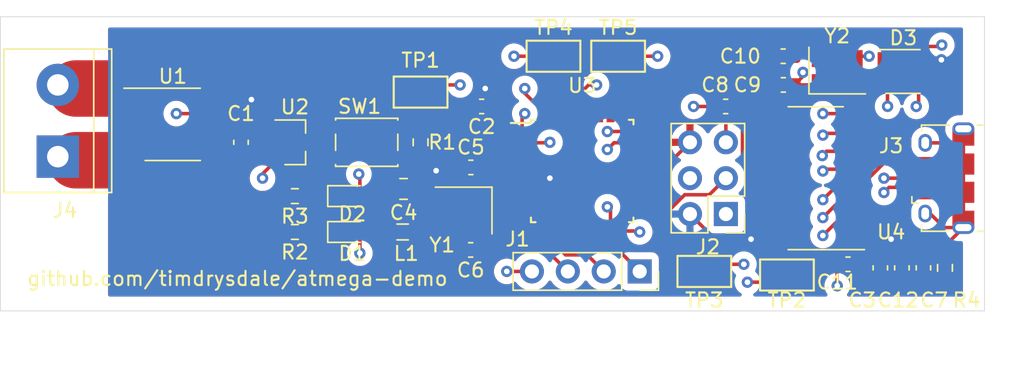
<source format=kicad_pcb>
(kicad_pcb (version 20171130) (host pcbnew 5.1.12-84ad8e8a86~92~ubuntu20.04.1)
  (layers (0 F.Cu signal) (1 In1.Cu signal) (2 In2.Cu signal) (31 B.Cu signal) (34 B.Paste user) (35 F.Paste user) (36 B.SilkS user) (37 F.SilkS user) (38 B.Mask user) (39 F.Mask user) (44 Edge.Cuts user))
  (net 0 "")
  (net 1 "Net-(C1-Pad2)")
  (net 2 GND)
  (net 3 +5V)
  (net 4 "Net-(J1-Pad4)")
  (net 5 "Net-(J1-Pad3)")
  (net 6 "Net-(J1-Pad1)")
  (net 7 "Net-(C4-Pad2)")
  (net 8 "Net-(C9-Pad1)")
  (net 9 "Net-(D1-Pad2)")
  (net 10 "Net-(J2-Pad4)")
  (net 11 TXD)
  (net 12 RXD)
  (net 13 ADC)
  (net 14 "Net-(Y1-Pad4)")
  (net 15 "Net-(Y1-Pad2)")
  (net 16 "Net-(Y2-Pad4)")
  (net 17 "Net-(Y2-Pad2)")
  (net 18 "Net-(C5-Pad2)")
  (net 19 "Net-(C6-Pad2)")
  (net 20 "Net-(C7-Pad2)")
  (net 21 "Net-(C8-Pad2)")
  (net 22 "Net-(C8-Pad1)")
  (net 23 "Net-(C10-Pad1)")
  (net 24 "Net-(C11-Pad1)")
  (net 25 "Net-(D1-Pad1)")
  (net 26 "Net-(D2-Pad2)")
  (net 27 "Net-(D2-Pad1)")
  (net 28 "Net-(D3-Pad3)")
  (net 29 "Net-(D3-Pad2)")
  (net 30 "Net-(J1-Pad2)")
  (net 31 "Net-(J2-Pad3)")
  (net 32 "Net-(J2-Pad1)")
  (net 33 "Net-(J3-Pad4)")
  (net 34 TEMP)
  (net 35 "Net-(U3-Pad28)")
  (net 36 "Net-(U3-Pad27)")
  (net 37 "Net-(U3-Pad26)")
  (net 38 "Net-(U3-Pad25)")
  (net 39 "Net-(U3-Pad22)")
  (net 40 "Net-(U3-Pad20)")
  (net 41 "Net-(U3-Pad19)")
  (net 42 "Net-(U3-Pad18)")
  (net 43 "Net-(U3-Pad14)")
  (net 44 "Net-(U3-Pad13)")
  (net 45 "Net-(U3-Pad12)")
  (net 46 "Net-(U4-Pad15)")
  (net 47 "Net-(U4-Pad14)")
  (net 48 "Net-(U4-Pad12)")
  (net 49 "Net-(U4-Pad11)")
  (net 50 "Net-(U4-Pad10)")
  (net 51 "Net-(U4-Pad9)")
  (net 52 "Net-(J4-Pad2)")
  (net 53 "Net-(J4-Pad1)")
  (module Capacitor_SMD:C_0603_1608Metric (layer F.Cu) (at 177.038 80.772)
    (fp_text reference C5 (at 0 -1.43) (layer F.SilkS))
    (fp_text value 22p)
    (fp_line (start -0.14058 -0.51) (end 0.14058 -0.51) (layer F.SilkS) (width 0.12))
    (fp_line (start -0.14058 0.51) (end 0.14058 0.51) (layer F.SilkS) (width 0.12))
    (pad 2 smd roundrect (at 0.775 0) (size 0.9 0.95) (layers F.Cu F.Paste F.Mask) (net 18 "Net-(C5-Pad2)"))
    (pad 1 smd roundrect (at -0.775 0) (size 0.9 0.95) (layers F.Cu F.Paste F.Mask) (net 2 GND))
  )
  (module TerminalBlock:TerminalBlock_bornier-2_P5.08mm (layer F.Cu) (at 147.828 80.01 90)
    (fp_text reference J4 (at -3.81 0.508 180) (layer F.SilkS))
    (fp_text value Screw_Terminal_01x02)
    (fp_line (start 7.62 2.54) (end -2.54 2.54) (layer F.SilkS) (width 0.12))
    (fp_line (start 7.62 3.81) (end 7.62 -3.81) (layer F.SilkS) (width 0.12))
    (fp_line (start 7.62 -3.81) (end -2.54 -3.81) (layer F.SilkS) (width 0.12))
    (fp_line (start -2.54 -3.81) (end -2.54 3.81) (layer F.SilkS) (width 0.12))
    (fp_line (start -2.54 3.81) (end 7.62 3.81) (layer F.SilkS) (width 0.12))
    (pad 2 thru_hole circle (at 5.08 0 90) (size 3 3) (drill 1.52) (layers *.Cu *.Mask) (net 52 "Net-(J4-Pad2)"))
    (pad 1 thru_hole rect (at 0 0 90) (size 3 3) (drill 1.52) (layers *.Cu *.Mask) (net 53 "Net-(J4-Pad1)"))
  )
  (module Package_TO_SOT_SMD:SOT-23 (layer F.Cu) (at 164.592 78.994)
    (fp_text reference U2 (at 0 -2.5) (layer F.SilkS))
    (fp_text value MCP9700T-HTT)
    (fp_line (start 0.76 1.58) (end 0.76 0.65) (layer F.SilkS) (width 0.12))
    (fp_line (start 0.76 -1.58) (end 0.76 -0.65) (layer F.SilkS) (width 0.12))
    (fp_line (start 0.76 -1.58) (end -1.4 -1.58) (layer F.SilkS) (width 0.12))
    (fp_line (start 0.76 1.58) (end -0.7 1.58) (layer F.SilkS) (width 0.12))
    (pad 3 smd rect (at 1 0) (size 0.9 0.8) (layers F.Cu F.Paste F.Mask) (net 2 GND))
    (pad 2 smd rect (at -1 0.95) (size 0.9 0.8) (layers F.Cu F.Paste F.Mask) (net 34 TEMP))
    (pad 1 smd rect (at -1 -0.95) (size 0.9 0.8) (layers F.Cu F.Paste F.Mask) (net 3 +5V))
  )
  (module Resistor_SMD:R_0603_1608Metric (layer F.Cu) (at 164.592 82.804 180)
    (fp_text reference R3 (at 0 -1.43) (layer F.SilkS))
    (fp_text value 68)
    (fp_line (start -0.237258 -0.5225) (end 0.237258 -0.5225) (layer F.SilkS) (width 0.12))
    (fp_line (start -0.237258 0.5225) (end 0.237258 0.5225) (layer F.SilkS) (width 0.12))
    (pad 2 smd roundrect (at 0.825 0 180) (size 0.8 0.95) (layers F.Cu F.Paste F.Mask) (net 2 GND))
    (pad 1 smd roundrect (at -0.825 0 180) (size 0.8 0.95) (layers F.Cu F.Paste F.Mask) (net 27 "Net-(D2-Pad1)"))
  )
  (module Resistor_SMD:R_0603_1608Metric (layer F.Cu) (at 164.592 85.344 180)
    (fp_text reference R2 (at 0 -1.43) (layer F.SilkS))
    (fp_text value 68)
    (fp_line (start -0.237258 -0.5225) (end 0.237258 -0.5225) (layer F.SilkS) (width 0.12))
    (fp_line (start -0.237258 0.5225) (end 0.237258 0.5225) (layer F.SilkS) (width 0.12))
    (pad 2 smd roundrect (at 0.825 0 180) (size 0.8 0.95) (layers F.Cu F.Paste F.Mask) (net 2 GND))
    (pad 1 smd roundrect (at -0.825 0 180) (size 0.8 0.95) (layers F.Cu F.Paste F.Mask) (net 25 "Net-(D1-Pad1)"))
  )
  (module Connector_PinSocket_2.54mm:PinSocket_1x04_P2.54mm_Vertical (layer F.Cu) (at 188.976 88.138 270)
    (fp_text reference J1 (at -2.286 8.636 180) (layer F.SilkS))
    (fp_text value Conn_01x04_Male)
    (fp_line (start -1.33 1.27) (end 1.33 1.27) (layer F.SilkS) (width 0.12))
    (fp_line (start -1.33 1.27) (end -1.33 8.95) (layer F.SilkS) (width 0.12))
    (fp_line (start -1.33 8.95) (end 1.33 8.95) (layer F.SilkS) (width 0.12))
    (fp_line (start 1.33 1.27) (end 1.33 8.95) (layer F.SilkS) (width 0.12))
    (fp_line (start 1.33 -1.33) (end 1.33 0) (layer F.SilkS) (width 0.12))
    (fp_line (start 0 -1.33) (end 1.33 -1.33) (layer F.SilkS) (width 0.12))
    (pad 4 thru_hole oval (at 0 7.62 270) (size 1.7 1.7) (drill 1) (layers *.Cu *.Mask) (net 4 "Net-(J1-Pad4)"))
    (pad 3 thru_hole oval (at 0 5.08 270) (size 1.7 1.7) (drill 1) (layers *.Cu *.Mask) (net 5 "Net-(J1-Pad3)"))
    (pad 2 thru_hole oval (at 0 2.54 270) (size 1.7 1.7) (drill 1) (layers *.Cu *.Mask) (net 30 "Net-(J1-Pad2)"))
    (pad 1 thru_hole rect (at 0 0 270) (size 1.7 1.7) (drill 1) (layers *.Cu *.Mask) (net 6 "Net-(J1-Pad1)"))
  )
  (module LED_SMD:LED_0603_1608Metric (layer F.Cu) (at 168.402 82.804)
    (fp_text reference D2 (at 0.254 1.27) (layer F.SilkS))
    (fp_text value Blue)
    (fp_line (start 0.8 -0.735) (end -1.485 -0.735) (layer F.SilkS) (width 0.12))
    (fp_line (start -1.485 -0.735) (end -1.485 0.735) (layer F.SilkS) (width 0.12))
    (fp_line (start -1.485 0.735) (end 0.8 0.735) (layer F.SilkS) (width 0.12))
    (pad 2 smd roundrect (at 0.7875 0) (size 0.875 0.95) (layers F.Cu F.Paste F.Mask) (net 26 "Net-(D2-Pad2)"))
    (pad 1 smd roundrect (at -0.7875 0) (size 0.875 0.95) (layers F.Cu F.Paste F.Mask) (net 27 "Net-(D2-Pad1)"))
  )
  (module LED_SMD:LED_0603_1608Metric (layer F.Cu) (at 168.402 85.344)
    (fp_text reference D1 (at 0.254 1.524) (layer F.SilkS))
    (fp_text value Green)
    (fp_line (start 0.8 -0.735) (end -1.485 -0.735) (layer F.SilkS) (width 0.12))
    (fp_line (start -1.485 -0.735) (end -1.485 0.735) (layer F.SilkS) (width 0.12))
    (fp_line (start -1.485 0.735) (end 0.8 0.735) (layer F.SilkS) (width 0.12))
    (pad 2 smd roundrect (at 0.7875 0) (size 0.875 0.95) (layers F.Cu F.Paste F.Mask) (net 9 "Net-(D1-Pad2)"))
    (pad 1 smd roundrect (at -0.7875 0) (size 0.875 0.95) (layers F.Cu F.Paste F.Mask) (net 25 "Net-(D1-Pad1)"))
  )
  (module Crystal:Crystal_SMD_3225-4Pin_3.2x2.5mm (layer F.Cu) (at 202.946 73.914)
    (fp_text reference Y2 (at 0 -2.45) (layer F.SilkS))
    (fp_text value 12MHz)
    (fp_line (start -2 -1.65) (end -2 1.65) (layer F.SilkS) (width 0.12))
    (fp_line (start -2 1.65) (end 2 1.65) (layer F.SilkS) (width 0.12))
    (pad 4 smd rect (at -1.1 -0.85) (size 1.4 1.2) (layers F.Cu F.Paste F.Mask) (net 16 "Net-(Y2-Pad4)"))
    (pad 3 smd rect (at 1.1 -0.85) (size 1.4 1.2) (layers F.Cu F.Paste F.Mask) (net 23 "Net-(C10-Pad1)"))
    (pad 2 smd rect (at 1.1 0.85) (size 1.4 1.2) (layers F.Cu F.Paste F.Mask) (net 17 "Net-(Y2-Pad2)"))
    (pad 1 smd rect (at -1.1 0.85) (size 1.4 1.2) (layers F.Cu F.Paste F.Mask) (net 8 "Net-(C9-Pad1)"))
  )
  (module Crystal:Crystal_SMD_3225-4Pin_3.2x2.5mm (layer F.Cu) (at 176.53 83.82 180)
    (fp_text reference Y1 (at 1.524 -2.45) (layer F.SilkS))
    (fp_text value 12MHz)
    (fp_line (start -2 -1.65) (end -2 1.65) (layer F.SilkS) (width 0.12))
    (fp_line (start -2 1.65) (end 2 1.65) (layer F.SilkS) (width 0.12))
    (pad 4 smd rect (at -1.1 -0.85 180) (size 1.4 1.2) (layers F.Cu F.Paste F.Mask) (net 14 "Net-(Y1-Pad4)"))
    (pad 3 smd rect (at 1.1 -0.85 180) (size 1.4 1.2) (layers F.Cu F.Paste F.Mask) (net 19 "Net-(C6-Pad2)"))
    (pad 2 smd rect (at 1.1 0.85 180) (size 1.4 1.2) (layers F.Cu F.Paste F.Mask) (net 15 "Net-(Y1-Pad2)"))
    (pad 1 smd rect (at -1.1 0.85 180) (size 1.4 1.2) (layers F.Cu F.Paste F.Mask) (net 18 "Net-(C5-Pad2)"))
  )
  (module Package_SO:SOIC-8_3.9x4.9mm_P1.27mm (layer F.Cu) (at 155.956 77.724)
    (fp_text reference U1 (at 0 -3.4) (layer F.SilkS))
    (fp_text value ACS712xLCTR-20A)
    (fp_line (start 0 2.56) (end 1.95 2.56) (layer F.SilkS) (width 0.12))
    (fp_line (start 0 2.56) (end -1.95 2.56) (layer F.SilkS) (width 0.12))
    (fp_line (start 0 -2.56) (end 1.95 -2.56) (layer F.SilkS) (width 0.12))
    (fp_line (start 0 -2.56) (end -3.45 -2.56) (layer F.SilkS) (width 0.12))
    (pad 8 smd roundrect (at 2.475 -1.905) (size 1.95 0.6) (layers F.Cu F.Paste F.Mask) (net 3 +5V))
    (pad 7 smd roundrect (at 2.475 -0.635) (size 1.95 0.6) (layers F.Cu F.Paste F.Mask) (net 13 ADC))
    (pad 6 smd roundrect (at 2.475 0.635) (size 1.95 0.6) (layers F.Cu F.Paste F.Mask) (net 1 "Net-(C1-Pad2)"))
    (pad 5 smd roundrect (at 2.475 1.905) (size 1.95 0.6) (layers F.Cu F.Paste F.Mask) (net 2 GND))
    (pad 4 smd roundrect (at -2.475 1.905) (size 1.95 0.6) (layers F.Cu F.Paste F.Mask) (net 53 "Net-(J4-Pad1)"))
    (pad 3 smd roundrect (at -2.475 0.635) (size 1.95 0.6) (layers F.Cu F.Paste F.Mask) (net 53 "Net-(J4-Pad1)"))
    (pad 2 smd roundrect (at -2.475 -0.635) (size 1.95 0.6) (layers F.Cu F.Paste F.Mask) (net 52 "Net-(J4-Pad2)"))
    (pad 1 smd roundrect (at -2.475 -1.905) (size 1.95 0.6) (layers F.Cu F.Paste F.Mask) (net 52 "Net-(J4-Pad2)"))
  )
  (module TestPoint:TestPoint_Keystone_5015_Micro-Minature (layer F.Cu) (at 199.39 88.392)
    (fp_text reference TP2 (at 0 1.778) (layer F.SilkS))
    (fp_text value TestPoint)
    (fp_line (start -1.9 -1.1) (end 1.9 -1.1) (layer F.SilkS) (width 0.15))
    (fp_line (start 1.9 -1.1) (end 1.9 1.1) (layer F.SilkS) (width 0.15))
    (fp_line (start 1.9 1.1) (end -1.9 1.1) (layer F.SilkS) (width 0.15))
    (fp_line (start -1.9 1.1) (end -1.9 -1.1) (layer F.SilkS) (width 0.15))
    (pad 1 smd rect (at 0 0) (size 3.4 1.8) (layers F.Cu F.Paste F.Mask) (net 29 "Net-(D3-Pad2)"))
  )
  (module TestPoint:TestPoint_Keystone_5015_Micro-Minature (layer F.Cu) (at 193.548 88.138)
    (fp_text reference TP3 (at 0 2.032) (layer F.SilkS))
    (fp_text value TestPoint)
    (fp_line (start -1.9 -1.1) (end 1.9 -1.1) (layer F.SilkS) (width 0.15))
    (fp_line (start 1.9 -1.1) (end 1.9 1.1) (layer F.SilkS) (width 0.15))
    (fp_line (start 1.9 1.1) (end -1.9 1.1) (layer F.SilkS) (width 0.15))
    (fp_line (start -1.9 1.1) (end -1.9 -1.1) (layer F.SilkS) (width 0.15))
    (pad 1 smd rect (at 0 0) (size 3.4 1.8) (layers F.Cu F.Paste F.Mask) (net 28 "Net-(D3-Pad3)"))
  )
  (module TestPoint:TestPoint_Keystone_5015_Micro-Minature (layer F.Cu) (at 173.482 75.438)
    (fp_text reference TP1 (at 0 -2.25) (layer F.SilkS))
    (fp_text value TestPoint)
    (fp_line (start -1.9 -1.1) (end 1.9 -1.1) (layer F.SilkS) (width 0.15))
    (fp_line (start 1.9 -1.1) (end 1.9 1.1) (layer F.SilkS) (width 0.15))
    (fp_line (start 1.9 1.1) (end -1.9 1.1) (layer F.SilkS) (width 0.15))
    (fp_line (start -1.9 1.1) (end -1.9 -1.1) (layer F.SilkS) (width 0.15))
    (pad 1 smd rect (at 0 0) (size 3.4 1.8) (layers F.Cu F.Paste F.Mask) (net 21 "Net-(C8-Pad2)"))
  )
  (module TestPoint:TestPoint_Keystone_5015_Micro-Minature (layer F.Cu) (at 187.452 72.898)
    (fp_text reference TP5 (at 0 -2.032) (layer F.SilkS))
    (fp_text value TestPoint)
    (fp_line (start -1.9 -1.1) (end 1.9 -1.1) (layer F.SilkS) (width 0.15))
    (fp_line (start 1.9 -1.1) (end 1.9 1.1) (layer F.SilkS) (width 0.15))
    (fp_line (start 1.9 1.1) (end -1.9 1.1) (layer F.SilkS) (width 0.15))
    (fp_line (start -1.9 1.1) (end -1.9 -1.1) (layer F.SilkS) (width 0.15))
    (pad 1 smd rect (at 0 0) (size 3.4 1.8) (layers F.Cu F.Paste F.Mask) (net 12 RXD))
  )
  (module TestPoint:TestPoint_Keystone_5015_Micro-Minature (layer F.Cu) (at 182.88 72.898)
    (fp_text reference TP4 (at 0 -2.032) (layer F.SilkS))
    (fp_text value TestPoint)
    (fp_line (start -1.9 -1.1) (end 1.9 -1.1) (layer F.SilkS) (width 0.15))
    (fp_line (start 1.9 -1.1) (end 1.9 1.1) (layer F.SilkS) (width 0.15))
    (fp_line (start 1.9 1.1) (end -1.9 1.1) (layer F.SilkS) (width 0.15))
    (fp_line (start -1.9 1.1) (end -1.9 -1.1) (layer F.SilkS) (width 0.15))
    (pad 1 smd rect (at 0 0) (size 3.4 1.8) (layers F.Cu F.Paste F.Mask) (net 11 TXD))
  )
  (module Resistor_SMD:R_0603_1608Metric (layer F.Cu) (at 210.566 87.884 90)
    (fp_text reference R4 (at -2.286 1.524 180) (layer F.SilkS))
    (fp_text value 1M)
    (fp_line (start -0.237258 -0.5225) (end 0.237258 -0.5225) (layer F.SilkS) (width 0.12))
    (fp_line (start -0.237258 0.5225) (end 0.237258 0.5225) (layer F.SilkS) (width 0.12))
    (pad 2 smd roundrect (at 0.825 0 90) (size 0.8 0.95) (layers F.Cu F.Paste F.Mask) (net 20 "Net-(C7-Pad2)"))
    (pad 1 smd roundrect (at -0.825 0 90) (size 0.8 0.95) (layers F.Cu F.Paste F.Mask) (net 2 GND))
  )
  (module Connector_USB:USB_Micro-B_Amphenol_10118194_Horizontal (layer F.Cu) (at 210.566 81.534 90)
    (fp_text reference J3 (at 2.286 -3.81 180) (layer F.SilkS))
    (fp_text value USB_B_Micro)
    (fp_line (start -1.76 -1.89) (end -1.76 -2.34) (layer F.SilkS) (width 0.12))
    (fp_line (start -1.31 -2.34) (end -1.76 -2.34) (layer F.SilkS) (width 0.12))
    (fp_line (start -3.76 -1.66) (end -3.34 -1.66) (layer F.SilkS) (width 0.12))
    (fp_line (start -3.76 0.32) (end -3.76 -1.66) (layer F.SilkS) (width 0.12))
    (fp_line (start -3.76 2.69) (end -3.76 2.29) (layer F.SilkS) (width 0.12))
    (fp_line (start 3.76 2.29) (end 3.76 2.69) (layer F.SilkS) (width 0.12))
    (fp_line (start 3.76 -1.66) (end 3.34 -1.66) (layer F.SilkS) (width 0.12))
    (fp_line (start 3.76 0.32) (end 3.76 -1.66) (layer F.SilkS) (width 0.12))
    (pad 6 thru_hole oval (at 3.5 1.3 90) (size 0.89 1.55) (drill oval 0.5 1.15) (layers *.Cu *.Mask) (net 20 "Net-(C7-Pad2)"))
    (pad 6 thru_hole oval (at -3.5 1.3 90) (size 0.89 1.55) (drill oval 0.5 1.15) (layers *.Cu *.Mask) (net 20 "Net-(C7-Pad2)"))
    (pad 6 smd rect (at 2.9 1.3 90) (size 1.2 1.55) (layers F.Cu F.Paste F.Mask) (net 20 "Net-(C7-Pad2)"))
    (pad 6 smd rect (at -2.9 1.3 90) (size 1.2 1.55) (layers F.Cu F.Paste F.Mask) (net 20 "Net-(C7-Pad2)"))
    (pad 6 smd rect (at 1 1.3 90) (size 1.5 1.55) (layers F.Cu F.Paste F.Mask) (net 20 "Net-(C7-Pad2)"))
    (pad 6 smd rect (at -1 1.3 90) (size 1.5 1.55) (layers F.Cu F.Paste F.Mask) (net 20 "Net-(C7-Pad2)"))
    (pad 6 thru_hole oval (at 2.5 -1.4 90) (size 1.25 0.95) (drill oval 0.85 0.55) (layers *.Cu *.Mask) (net 20 "Net-(C7-Pad2)"))
    (pad 6 thru_hole oval (at -2.5 -1.4 90) (size 1.25 0.95) (drill oval 0.85 0.55) (layers *.Cu *.Mask) (net 20 "Net-(C7-Pad2)"))
    (pad 5 smd rect (at 1.3 -1.4 90) (size 0.4 1.35) (layers F.Cu F.Paste F.Mask) (net 2 GND))
    (pad 4 smd rect (at 0.65 -1.4 90) (size 0.4 1.35) (layers F.Cu F.Paste F.Mask) (net 33 "Net-(J3-Pad4)"))
    (pad 3 smd rect (at 0 -1.4 90) (size 0.4 1.35) (layers F.Cu F.Paste F.Mask) (net 28 "Net-(D3-Pad3)"))
    (pad 2 smd rect (at -0.65 -1.4 90) (size 0.4 1.35) (layers F.Cu F.Paste F.Mask) (net 29 "Net-(D3-Pad2)"))
    (pad 1 smd rect (at -1.3 -1.4 90) (size 0.4 1.35) (layers F.Cu F.Paste F.Mask) (net 3 +5V))
  )
  (module Package_TO_SOT_SMD:SOT-143 (layer F.Cu) (at 207.602 73.98)
    (fp_text reference D3 (at 0.02 -2.38) (layer F.SilkS))
    (fp_text value PRTR5V0U2X)
    (fp_line (start -1.2 1.55) (end 1.2 1.55) (layer F.SilkS) (width 0.12))
    (fp_line (start 1.2 -1.55) (end -1.75 -1.55) (layer F.SilkS) (width 0.12))
    (pad 4 smd rect (at 1.1 -0.95 270) (size 1 1.4) (layers F.Cu F.Paste F.Mask) (net 3 +5V))
    (pad 3 smd rect (at 1.1 0.95 270) (size 1 1.4) (layers F.Cu F.Paste F.Mask) (net 28 "Net-(D3-Pad3)"))
    (pad 2 smd rect (at -1.1 0.95 270) (size 1 1.4) (layers F.Cu F.Paste F.Mask) (net 29 "Net-(D3-Pad2)"))
    (pad 1 smd rect (at -1.1 -0.77 270) (size 1.2 1.4) (layers F.Cu F.Paste F.Mask) (net 20 "Net-(C7-Pad2)"))
  )
  (module Capacitor_SMD:C_0603_1608Metric (layer F.Cu) (at 160.782 78.994 90)
    (fp_text reference C1 (at 2.032 0 180) (layer F.SilkS))
    (fp_text value 0.1n)
    (fp_line (start -0.14058 -0.51) (end 0.14058 -0.51) (layer F.SilkS) (width 0.12))
    (fp_line (start -0.14058 0.51) (end 0.14058 0.51) (layer F.SilkS) (width 0.12))
    (pad 2 smd roundrect (at 0.775 0 90) (size 0.9 0.95) (layers F.Cu F.Paste F.Mask) (net 1 "Net-(C1-Pad2)"))
    (pad 1 smd roundrect (at -0.775 0 90) (size 0.9 0.95) (layers F.Cu F.Paste F.Mask) (net 2 GND))
  )
  (module Capacitor_SMD:C_0603_1608Metric (layer F.Cu) (at 177.8 76.454 180)
    (fp_text reference C2 (at 0 -1.43) (layer F.SilkS))
    (fp_text value 0.1u)
    (fp_line (start -0.14058 -0.51) (end 0.14058 -0.51) (layer F.SilkS) (width 0.12))
    (fp_line (start -0.14058 0.51) (end 0.14058 0.51) (layer F.SilkS) (width 0.12))
    (pad 2 smd roundrect (at 0.775 0 180) (size 0.9 0.95) (layers F.Cu F.Paste F.Mask) (net 2 GND))
    (pad 1 smd roundrect (at -0.775 0 180) (size 0.9 0.95) (layers F.Cu F.Paste F.Mask) (net 3 +5V))
  )
  (module Capacitor_SMD:C_0603_1608Metric (layer F.Cu) (at 209.042 87.884 90)
    (fp_text reference C7 (at -2.286 0.762 180) (layer F.SilkS))
    (fp_text value 4n7)
    (fp_line (start -0.14058 -0.51) (end 0.14058 -0.51) (layer F.SilkS) (width 0.12))
    (fp_line (start -0.14058 0.51) (end 0.14058 0.51) (layer F.SilkS) (width 0.12))
    (pad 2 smd roundrect (at 0.775 0 90) (size 0.9 0.95) (layers F.Cu F.Paste F.Mask) (net 20 "Net-(C7-Pad2)"))
    (pad 1 smd roundrect (at -0.775 0 90) (size 0.9 0.95) (layers F.Cu F.Paste F.Mask) (net 2 GND))
  )
  (module Capacitor_SMD:C_0603_1608Metric (layer F.Cu) (at 195.059 76.454 180)
    (fp_text reference C8 (at 0.749 1.524) (layer F.SilkS))
    (fp_text value 100n)
    (fp_line (start -0.14058 -0.51) (end 0.14058 -0.51) (layer F.SilkS) (width 0.12))
    (fp_line (start -0.14058 0.51) (end 0.14058 0.51) (layer F.SilkS) (width 0.12))
    (pad 2 smd roundrect (at 0.775 0 180) (size 0.9 0.95) (layers F.Cu F.Paste F.Mask) (net 21 "Net-(C8-Pad2)"))
    (pad 1 smd roundrect (at -0.775 0 180) (size 0.9 0.95) (layers F.Cu F.Paste F.Mask) (net 22 "Net-(C8-Pad1)"))
  )
  (module Capacitor_SMD:C_0603_1608Metric (layer F.Cu) (at 205.994 87.884 270)
    (fp_text reference C3 (at 2.286 1.27 180) (layer F.SilkS))
    (fp_text value 0.1u)
    (fp_line (start -0.14058 -0.51) (end 0.14058 -0.51) (layer F.SilkS) (width 0.12))
    (fp_line (start -0.14058 0.51) (end 0.14058 0.51) (layer F.SilkS) (width 0.12))
    (pad 2 smd roundrect (at 0.775 0 270) (size 0.9 0.95) (layers F.Cu F.Paste F.Mask) (net 2 GND))
    (pad 1 smd roundrect (at -0.775 0 270) (size 0.9 0.95) (layers F.Cu F.Paste F.Mask) (net 3 +5V))
  )
  (module Capacitor_SMD:C_0603_1608Metric (layer F.Cu) (at 203.708 87.63)
    (fp_text reference C11 (at -0.762 1.27) (layer F.SilkS))
    (fp_text value 100n)
    (fp_line (start -0.14058 -0.51) (end 0.14058 -0.51) (layer F.SilkS) (width 0.12))
    (fp_line (start -0.14058 0.51) (end 0.14058 0.51) (layer F.SilkS) (width 0.12))
    (pad 2 smd roundrect (at 0.775 0) (size 0.9 0.95) (layers F.Cu F.Paste F.Mask) (net 2 GND))
    (pad 1 smd roundrect (at -0.775 0) (size 0.9 0.95) (layers F.Cu F.Paste F.Mask) (net 24 "Net-(C11-Pad1)"))
  )
  (module Capacitor_SMD:C_0603_1608Metric (layer F.Cu) (at 207.518 87.884 270)
    (fp_text reference C12 (at 2.286 0.254 180) (layer F.SilkS))
    (fp_text value 100n)
    (fp_line (start -0.14058 -0.51) (end 0.14058 -0.51) (layer F.SilkS) (width 0.12))
    (fp_line (start -0.14058 0.51) (end 0.14058 0.51) (layer F.SilkS) (width 0.12))
    (pad 2 smd roundrect (at 0.775 0 270) (size 0.9 0.95) (layers F.Cu F.Paste F.Mask) (net 2 GND))
    (pad 1 smd roundrect (at -0.775 0 270) (size 0.9 0.95) (layers F.Cu F.Paste F.Mask) (net 3 +5V))
  )
  (module Capacitor_SMD:C_0603_1608Metric (layer F.Cu) (at 199.123 72.898 180)
    (fp_text reference C10 (at 3.035 0) (layer F.SilkS))
    (fp_text value 33p)
    (fp_line (start -0.14058 -0.51) (end 0.14058 -0.51) (layer F.SilkS) (width 0.12))
    (fp_line (start -0.14058 0.51) (end 0.14058 0.51) (layer F.SilkS) (width 0.12))
    (pad 2 smd roundrect (at 0.775 0 180) (size 0.9 0.95) (layers F.Cu F.Paste F.Mask) (net 2 GND))
    (pad 1 smd roundrect (at -0.775 0 180) (size 0.9 0.95) (layers F.Cu F.Paste F.Mask) (net 23 "Net-(C10-Pad1)"))
  )
  (module Resistor_SMD:R_0603_1608Metric (layer F.Cu) (at 173.482 78.994 90)
    (fp_text reference R1 (at 0 1.524 180) (layer F.SilkS))
    (fp_text value 10K)
    (fp_line (start -0.237258 -0.5225) (end 0.237258 -0.5225) (layer F.SilkS) (width 0.12))
    (fp_line (start -0.237258 0.5225) (end 0.237258 0.5225) (layer F.SilkS) (width 0.12))
    (pad 2 smd roundrect (at 0.825 0 90) (size 0.8 0.95) (layers F.Cu F.Paste F.Mask) (net 21 "Net-(C8-Pad2)"))
    (pad 1 smd roundrect (at -0.825 0 90) (size 0.8 0.95) (layers F.Cu F.Paste F.Mask) (net 3 +5V))
  )
  (module Capacitor_SMD:C_0603_1608Metric (layer F.Cu) (at 199.136 74.93 180)
    (fp_text reference C9 (at 2.54 0) (layer F.SilkS))
    (fp_text value 33p)
    (fp_line (start -0.14058 -0.51) (end 0.14058 -0.51) (layer F.SilkS) (width 0.12))
    (fp_line (start -0.14058 0.51) (end 0.14058 0.51) (layer F.SilkS) (width 0.12))
    (pad 2 smd roundrect (at 0.775 0 180) (size 0.9 0.95) (layers F.Cu F.Paste F.Mask) (net 2 GND))
    (pad 1 smd roundrect (at -0.775 0 180) (size 0.9 0.95) (layers F.Cu F.Paste F.Mask) (net 8 "Net-(C9-Pad1)"))
  )
  (module Capacitor_SMD:C_0603_1608Metric (layer F.Cu) (at 177.025 86.614 180)
    (fp_text reference C6 (at 0 -1.43) (layer F.SilkS))
    (fp_text value 22p)
    (fp_line (start -0.14058 -0.51) (end 0.14058 -0.51) (layer F.SilkS) (width 0.12))
    (fp_line (start -0.14058 0.51) (end 0.14058 0.51) (layer F.SilkS) (width 0.12))
    (pad 2 smd roundrect (at 0.775 0 180) (size 0.9 0.95) (layers F.Cu F.Paste F.Mask) (net 19 "Net-(C6-Pad2)"))
    (pad 1 smd roundrect (at -0.775 0 180) (size 0.9 0.95) (layers F.Cu F.Paste F.Mask) (net 2 GND))
  )
  (module Package_SO:SOIC-16_3.9x9.9mm_P1.27mm (layer F.Cu) (at 201.422 81.534 180)
    (fp_text reference U4 (at -5.334 -3.81) (layer F.SilkS))
    (fp_text value CH340G)
    (fp_line (start 0 5.06) (end 1.95 5.06) (layer F.SilkS) (width 0.12))
    (fp_line (start 0 5.06) (end -1.95 5.06) (layer F.SilkS) (width 0.12))
    (fp_line (start 0 -5.06) (end 1.95 -5.06) (layer F.SilkS) (width 0.12))
    (fp_line (start 0 -5.06) (end -3.45 -5.06) (layer F.SilkS) (width 0.12))
    (pad 16 smd roundrect (at 2.475 -4.445 180) (size 1.95 0.6) (layers F.Cu F.Paste F.Mask) (net 3 +5V))
    (pad 15 smd roundrect (at 2.475 -3.175 180) (size 1.95 0.6) (layers F.Cu F.Paste F.Mask) (net 46 "Net-(U4-Pad15)"))
    (pad 14 smd roundrect (at 2.475 -1.905 180) (size 1.95 0.6) (layers F.Cu F.Paste F.Mask) (net 47 "Net-(U4-Pad14)"))
    (pad 13 smd roundrect (at 2.475 -0.635 180) (size 1.95 0.6) (layers F.Cu F.Paste F.Mask) (net 22 "Net-(C8-Pad1)"))
    (pad 12 smd roundrect (at 2.475 0.635 180) (size 1.95 0.6) (layers F.Cu F.Paste F.Mask) (net 48 "Net-(U4-Pad12)"))
    (pad 11 smd roundrect (at 2.475 1.905 180) (size 1.95 0.6) (layers F.Cu F.Paste F.Mask) (net 49 "Net-(U4-Pad11)"))
    (pad 10 smd roundrect (at 2.475 3.175 180) (size 1.95 0.6) (layers F.Cu F.Paste F.Mask) (net 50 "Net-(U4-Pad10)"))
    (pad 9 smd roundrect (at 2.475 4.445 180) (size 1.95 0.6) (layers F.Cu F.Paste F.Mask) (net 51 "Net-(U4-Pad9)"))
    (pad 8 smd roundrect (at -2.475 4.445 180) (size 1.95 0.6) (layers F.Cu F.Paste F.Mask) (net 23 "Net-(C10-Pad1)"))
    (pad 7 smd roundrect (at -2.475 3.175 180) (size 1.95 0.6) (layers F.Cu F.Paste F.Mask) (net 8 "Net-(C9-Pad1)"))
    (pad 6 smd roundrect (at -2.475 1.905 180) (size 1.95 0.6) (layers F.Cu F.Paste F.Mask) (net 29 "Net-(D3-Pad2)"))
    (pad 5 smd roundrect (at -2.475 0.635 180) (size 1.95 0.6) (layers F.Cu F.Paste F.Mask) (net 28 "Net-(D3-Pad3)"))
    (pad 4 smd roundrect (at -2.475 -0.635 180) (size 1.95 0.6) (layers F.Cu F.Paste F.Mask) (net 24 "Net-(C11-Pad1)"))
    (pad 3 smd roundrect (at -2.475 -1.905 180) (size 1.95 0.6) (layers F.Cu F.Paste F.Mask) (net 12 RXD))
    (pad 2 smd roundrect (at -2.475 -3.175 180) (size 1.95 0.6) (layers F.Cu F.Paste F.Mask) (net 11 TXD))
    (pad 1 smd roundrect (at -2.475 -4.445 180) (size 1.95 0.6) (layers F.Cu F.Paste F.Mask) (net 2 GND))
  )
  (module Connector_PinHeader_2.54mm:PinHeader_2x03_P2.54mm_Vertical (layer F.Cu) (at 195.072 84.074 180)
    (fp_text reference J2 (at 1.27 -2.33) (layer F.SilkS))
    (fp_text value AVR_ICSP)
    (fp_line (start -1.33 6.41) (end 3.87 6.41) (layer F.SilkS) (width 0.12))
    (fp_line (start -1.33 1.27) (end -1.33 6.41) (layer F.SilkS) (width 0.12))
    (fp_line (start 3.87 -1.33) (end 3.87 6.41) (layer F.SilkS) (width 0.12))
    (fp_line (start -1.33 1.27) (end 1.27 1.27) (layer F.SilkS) (width 0.12))
    (fp_line (start 1.27 1.27) (end 1.27 -1.33) (layer F.SilkS) (width 0.12))
    (fp_line (start 1.27 -1.33) (end 3.87 -1.33) (layer F.SilkS) (width 0.12))
    (fp_line (start -1.33 0) (end -1.33 -1.33) (layer F.SilkS) (width 0.12))
    (fp_line (start -1.33 -1.33) (end 0 -1.33) (layer F.SilkS) (width 0.12))
    (pad 6 thru_hole oval (at 2.54 5.08 180) (size 1.7 1.7) (drill 1) (layers *.Cu *.Mask) (net 2 GND))
    (pad 5 thru_hole oval (at 0 5.08 180) (size 1.7 1.7) (drill 1) (layers *.Cu *.Mask) (net 21 "Net-(C8-Pad2)"))
    (pad 4 thru_hole oval (at 2.54 2.54 180) (size 1.7 1.7) (drill 1) (layers *.Cu *.Mask) (net 10 "Net-(J2-Pad4)"))
    (pad 3 thru_hole oval (at 0 2.54 180) (size 1.7 1.7) (drill 1) (layers *.Cu *.Mask) (net 31 "Net-(J2-Pad3)"))
    (pad 2 thru_hole oval (at 2.54 0 180) (size 1.7 1.7) (drill 1) (layers *.Cu *.Mask) (net 3 +5V))
    (pad 1 thru_hole rect (at 0 0 180) (size 1.7 1.7) (drill 1) (layers *.Cu *.Mask) (net 32 "Net-(J2-Pad1)"))
  )
  (module Package_QFP:TQFP-32_7x7mm_P0.8mm (layer F.Cu) (at 184.912 81.026)
    (fp_text reference U3 (at 0 -6.05) (layer F.SilkS))
    (fp_text value ATmega328P-AU)
    (fp_line (start -3.625 -3.625) (end -3.625 -3.4) (layer F.SilkS) (width 0.15))
    (fp_line (start 3.625 -3.625) (end 3.625 -3.3) (layer F.SilkS) (width 0.15))
    (fp_line (start 3.625 3.625) (end 3.625 3.3) (layer F.SilkS) (width 0.15))
    (fp_line (start -3.625 3.625) (end -3.625 3.3) (layer F.SilkS) (width 0.15))
    (fp_line (start -3.625 -3.625) (end -3.3 -3.625) (layer F.SilkS) (width 0.15))
    (fp_line (start -3.625 3.625) (end -3.3 3.625) (layer F.SilkS) (width 0.15))
    (fp_line (start 3.625 3.625) (end 3.3 3.625) (layer F.SilkS) (width 0.15))
    (fp_line (start 3.625 -3.625) (end 3.3 -3.625) (layer F.SilkS) (width 0.15))
    (fp_line (start -3.625 -3.4) (end -5.05 -3.4) (layer F.SilkS) (width 0.15))
    (pad 32 smd rect (at -2.8 -4.25 90) (size 1.6 0.55) (layers F.Cu F.Paste F.Mask) (net 26 "Net-(D2-Pad2)"))
    (pad 31 smd rect (at -2 -4.25 90) (size 1.6 0.55) (layers F.Cu F.Paste F.Mask) (net 11 TXD))
    (pad 30 smd rect (at -1.2 -4.25 90) (size 1.6 0.55) (layers F.Cu F.Paste F.Mask) (net 12 RXD))
    (pad 29 smd rect (at -0.4 -4.25 90) (size 1.6 0.55) (layers F.Cu F.Paste F.Mask) (net 21 "Net-(C8-Pad2)"))
    (pad 28 smd rect (at 0.4 -4.25 90) (size 1.6 0.55) (layers F.Cu F.Paste F.Mask) (net 35 "Net-(U3-Pad28)"))
    (pad 27 smd rect (at 1.2 -4.25 90) (size 1.6 0.55) (layers F.Cu F.Paste F.Mask) (net 36 "Net-(U3-Pad27)"))
    (pad 26 smd rect (at 2 -4.25 90) (size 1.6 0.55) (layers F.Cu F.Paste F.Mask) (net 37 "Net-(U3-Pad26)"))
    (pad 25 smd rect (at 2.8 -4.25 90) (size 1.6 0.55) (layers F.Cu F.Paste F.Mask) (net 38 "Net-(U3-Pad25)"))
    (pad 24 smd rect (at 4.25 -2.8) (size 1.6 0.55) (layers F.Cu F.Paste F.Mask) (net 34 TEMP))
    (pad 23 smd rect (at 4.25 -2) (size 1.6 0.55) (layers F.Cu F.Paste F.Mask) (net 13 ADC))
    (pad 22 smd rect (at 4.25 -1.2) (size 1.6 0.55) (layers F.Cu F.Paste F.Mask) (net 39 "Net-(U3-Pad22)"))
    (pad 21 smd rect (at 4.25 -0.4) (size 1.6 0.55) (layers F.Cu F.Paste F.Mask) (net 2 GND))
    (pad 20 smd rect (at 4.25 0.4) (size 1.6 0.55) (layers F.Cu F.Paste F.Mask) (net 40 "Net-(U3-Pad20)"))
    (pad 19 smd rect (at 4.25 1.2) (size 1.6 0.55) (layers F.Cu F.Paste F.Mask) (net 41 "Net-(U3-Pad19)"))
    (pad 18 smd rect (at 4.25 2) (size 1.6 0.55) (layers F.Cu F.Paste F.Mask) (net 42 "Net-(U3-Pad18)"))
    (pad 17 smd rect (at 4.25 2.8) (size 1.6 0.55) (layers F.Cu F.Paste F.Mask) (net 31 "Net-(J2-Pad3)"))
    (pad 16 smd rect (at 2.8 4.25 90) (size 1.6 0.55) (layers F.Cu F.Paste F.Mask) (net 32 "Net-(J2-Pad1)"))
    (pad 15 smd rect (at 2 4.25 90) (size 1.6 0.55) (layers F.Cu F.Paste F.Mask) (net 10 "Net-(J2-Pad4)"))
    (pad 14 smd rect (at 1.2 4.25 90) (size 1.6 0.55) (layers F.Cu F.Paste F.Mask) (net 43 "Net-(U3-Pad14)"))
    (pad 13 smd rect (at 0.4 4.25 90) (size 1.6 0.55) (layers F.Cu F.Paste F.Mask) (net 44 "Net-(U3-Pad13)"))
    (pad 12 smd rect (at -0.4 4.25 90) (size 1.6 0.55) (layers F.Cu F.Paste F.Mask) (net 45 "Net-(U3-Pad12)"))
    (pad 11 smd rect (at -1.2 4.25 90) (size 1.6 0.55) (layers F.Cu F.Paste F.Mask) (net 6 "Net-(J1-Pad1)"))
    (pad 10 smd rect (at -2 4.25 90) (size 1.6 0.55) (layers F.Cu F.Paste F.Mask) (net 30 "Net-(J1-Pad2)"))
    (pad 9 smd rect (at -2.8 4.25 90) (size 1.6 0.55) (layers F.Cu F.Paste F.Mask) (net 5 "Net-(J1-Pad3)"))
    (pad 8 smd rect (at -4.25 2.8) (size 1.6 0.55) (layers F.Cu F.Paste F.Mask) (net 19 "Net-(C6-Pad2)"))
    (pad 7 smd rect (at -4.25 2) (size 1.6 0.55) (layers F.Cu F.Paste F.Mask) (net 18 "Net-(C5-Pad2)"))
    (pad 6 smd rect (at -4.25 1.2) (size 1.6 0.55) (layers F.Cu F.Paste F.Mask) (net 3 +5V))
    (pad 5 smd rect (at -4.25 0.4) (size 1.6 0.55) (layers F.Cu F.Paste F.Mask) (net 2 GND))
    (pad 4 smd rect (at -4.25 -0.4) (size 1.6 0.55) (layers F.Cu F.Paste F.Mask) (net 3 +5V))
    (pad 3 smd rect (at -4.25 -1.2) (size 1.6 0.55) (layers F.Cu F.Paste F.Mask) (net 2 GND))
    (pad 2 smd rect (at -4.25 -2) (size 1.6 0.55) (layers F.Cu F.Paste F.Mask) (net 4 "Net-(J1-Pad4)"))
    (pad 1 smd rect (at -4.25 -2.8) (size 1.6 0.55) (layers F.Cu F.Paste F.Mask) (net 9 "Net-(D1-Pad2)"))
  )
  (module Button_Switch_SMD:SW_SPST_PTS810 (layer F.Cu) (at 169.672 78.994 180)
    (fp_text reference SW1 (at 0.508 2.54) (layer F.SilkS))
    (fp_text value NO)
    (fp_line (start 2.2 -1.58) (end 2.2 -1.7) (layer F.SilkS) (width 0.12))
    (fp_line (start 2.2 0.57) (end 2.2 -0.57) (layer F.SilkS) (width 0.12))
    (fp_line (start 2.2 1.7) (end 2.2 1.58) (layer F.SilkS) (width 0.12))
    (fp_line (start -2.2 1.7) (end 2.2 1.7) (layer F.SilkS) (width 0.12))
    (fp_line (start -2.2 1.58) (end -2.2 1.7) (layer F.SilkS) (width 0.12))
    (fp_line (start -2.2 -0.57) (end -2.2 0.57) (layer F.SilkS) (width 0.12))
    (fp_line (start -2.2 -1.7) (end -2.2 -1.58) (layer F.SilkS) (width 0.12))
    (fp_line (start 2.2 -1.7) (end -2.2 -1.7) (layer F.SilkS) (width 0.12))
    (pad 2 smd rect (at 2.075 1.075 180) (size 1.05 0.65) (layers F.Cu F.Paste F.Mask) (net 2 GND))
    (pad 2 smd rect (at -2.075 1.075 180) (size 1.05 0.65) (layers F.Cu F.Paste F.Mask) (net 2 GND))
    (pad 1 smd rect (at 2.075 -1.075 180) (size 1.05 0.65) (layers F.Cu F.Paste F.Mask) (net 21 "Net-(C8-Pad2)"))
    (pad 1 smd rect (at -2.075 -1.075 180) (size 1.05 0.65) (layers F.Cu F.Paste F.Mask) (net 21 "Net-(C8-Pad2)"))
  )
  (module Inductor_SMD:L_0805_2012Metric (layer F.Cu) (at 172.212 85.344)
    (fp_text reference L1 (at 0.254 1.524) (layer F.SilkS))
    (fp_text value 10u)
    (fp_line (start -0.399622 -0.56) (end 0.399622 -0.56) (layer F.SilkS) (width 0.12))
    (fp_line (start -0.399622 0.56) (end 0.399622 0.56) (layer F.SilkS) (width 0.12))
    (pad 2 smd roundrect (at 1.0625 0) (size 0.875 1.2) (layers F.Cu F.Paste F.Mask) (net 2 GND))
    (pad 1 smd roundrect (at -1.0625 0) (size 0.875 1.2) (layers F.Cu F.Paste F.Mask) (net 7 "Net-(C4-Pad2)"))
  )
  (module Capacitor_SMD:C_0805_2012Metric (layer F.Cu) (at 172.278 82.296 180)
    (fp_text reference C4 (at 0 -1.68) (layer F.SilkS))
    (fp_text value 100n)
    (fp_line (start -0.261252 -0.735) (end 0.261252 -0.735) (layer F.SilkS) (width 0.12))
    (fp_line (start -0.261252 0.735) (end 0.261252 0.735) (layer F.SilkS) (width 0.12))
    (pad 2 smd roundrect (at 0.95 0 180) (size 1 1.45) (layers F.Cu F.Paste F.Mask) (net 7 "Net-(C4-Pad2)"))
    (pad 1 smd roundrect (at -0.95 0 180) (size 1 1.45) (layers F.Cu F.Paste F.Mask) (net 3 +5V))
  )
  (gr_text github.com/timdrysdale/atmega-demo (at 160.528 88.646) (layer F.SilkS) (effects (font (size 1 1))))
  (gr_line (start 143.764 70.104) (end 213.36 70.104) (layer Edge.Cuts) (width 0.05))
  (gr_line (start 143.764 90.932) (end 143.764 70.104) (layer Edge.Cuts) (width 0.05))
  (gr_line (start 213.36 90.932) (end 143.764 90.932) (layer Edge.Cuts) (width 0.05))
  (gr_line (start 213.36 70.104) (end 213.36 90.932) (layer Edge.Cuts) (width 0.05))
  (segment (start 202.692 75.946) (end 201.168 75.946) (width 0.25) (layer F.Cu) (net 0))
  (segment (start 160.642 78.359) (end 160.782 78.219) (width 0.25) (layer F.Cu) (net 1))
  (segment (start 158.431 78.359) (end 160.642 78.359) (width 0.25) (layer F.Cu) (net 1))
  (segment (start 180.662 81.426) (end 179.216 81.426) (width 0.25) (layer F.Cu) (net 2))
  (segment (start 180.662 79.826) (end 179.394 79.826) (width 0.25) (layer F.Cu) (net 2))
  (segment (start 190.9 80.626) (end 189.162 80.626) (width 0.25) (layer F.Cu) (net 2))
  (segment (start 192.532 78.994) (end 190.9 80.626) (width 0.25) (layer F.Cu) (net 2))
  (segment (start 207.896 80.234) (end 206.474998 80.234) (width 0.25) (layer F.Cu) (net 2))
  (segment (start 182.35441 80.626) (end 181.55441 79.826) (width 0.25) (layer F.Cu) (net 2))
  (segment (start 181.55441 79.826) (end 180.662 79.826) (width 0.25) (layer F.Cu) (net 2))
  (segment (start 189.162 80.626) (end 182.35441 80.626) (width 0.25) (layer F.Cu) (net 2))
  (segment (start 204.965 87.63) (end 205.994 88.659) (width 0.25) (layer F.Cu) (net 2))
  (segment (start 204.483 87.63) (end 204.965 87.63) (width 0.25) (layer F.Cu) (net 2))
  (segment (start 204.872 85.979) (end 203.897 85.979) (width 0.25) (layer F.Cu) (net 2))
  (segment (start 205.19701 85.65399) (end 204.872 85.979) (width 0.25) (layer F.Cu) (net 2))
  (segment (start 205.19701 81.511988) (end 205.19701 85.65399) (width 0.25) (layer F.Cu) (net 2))
  (segment (start 206.474998 80.234) (end 205.19701 81.511988) (width 0.25) (layer F.Cu) (net 2))
  (segment (start 209.166 80.234) (end 206.474998 80.234) (width 0.25) (layer F.Cu) (net 2))
  (segment (start 203.467 86.614) (end 204.483 87.63) (width 0.25) (layer F.Cu) (net 2))
  (segment (start 203.262 86.614) (end 203.467 86.614) (width 0.25) (layer F.Cu) (net 2))
  (segment (start 203.897 85.979) (end 203.262 86.614) (width 0.25) (layer F.Cu) (net 2))
  (via (at 192.786 76.454) (size 0.8) (drill 0.4) (layers F.Cu B.Cu) (net 21))
  (via (at 185.928 74.93) (size 0.8) (drill 0.4) (layers F.Cu B.Cu) (net 21))
  (via (at 178.054 75.184) (size 0.8) (drill 0.4) (layers F.Cu B.Cu) (net 3))
  (via (at 162.306 81.534) (size 0.8) (drill 0.4) (layers F.Cu B.Cu) (net 34))
  (via (at 156.21 76.962) (size 0.8) (drill 0.4) (layers F.Cu B.Cu) (net 13))
  (via (at 201.93 76.962) (size 0.8) (drill 0.4) (layers F.Cu B.Cu) (net 23))
  (via (at 201.93 78.486) (size 0.8) (drill 0.4) (layers F.Cu B.Cu) (net 8))
  (via (at 201.93 84.328) (size 0.8) (drill 0.4) (layers F.Cu B.Cu) (net 12))
  (via (at 201.93 85.598) (size 0.8) (drill 0.4) (layers F.Cu B.Cu) (net 11))
  (via (at 201.93 83.058) (size 0.8) (drill 0.4) (layers F.Cu B.Cu) (net 24))
  (via (at 201.93 81.026) (size 0.8) (drill 0.4) (layers F.Cu B.Cu) (net 28))
  (via (at 196.85 85.852) (size 0.8) (drill 0.4) (layers F.Cu B.Cu) (net 3))
  (segment (start 205.994 87.109) (end 207.518 87.109) (width 0.25) (layer F.Cu) (net 3))
  (via (at 210.311992 73.152) (size 0.8) (drill 0.4) (layers F.Cu B.Cu) (net 3))
  (segment (start 208.702 73.03) (end 210.189992 73.03) (width 0.25) (layer F.Cu) (net 3))
  (segment (start 210.189992 73.03) (end 210.311992 73.152) (width 0.25) (layer F.Cu) (net 3))
  (segment (start 198.82 85.852) (end 198.947 85.979) (width 0.25) (layer F.Cu) (net 3))
  (segment (start 196.85 85.852) (end 198.82 85.852) (width 0.25) (layer F.Cu) (net 3))
  (via (at 182.626 81.534) (size 0.8) (drill 0.4) (layers F.Cu B.Cu) (net 3))
  (segment (start 181.934 82.226) (end 180.662 82.226) (width 0.25) (layer F.Cu) (net 3))
  (segment (start 182.626 81.534) (end 181.934 82.226) (width 0.25) (layer F.Cu) (net 3))
  (segment (start 181.718 80.626) (end 180.662 80.626) (width 0.25) (layer F.Cu) (net 3))
  (segment (start 182.626 81.534) (end 181.718 80.626) (width 0.25) (layer F.Cu) (net 3))
  (segment (start 161.367 75.819) (end 161.519 75.971) (width 0.25) (layer F.Cu) (net 3))
  (segment (start 158.431 75.819) (end 161.367 75.819) (width 0.25) (layer F.Cu) (net 3))
  (segment (start 194.31 85.852) (end 192.532 84.074) (width 0.25) (layer F.Cu) (net 3))
  (segment (start 196.85 85.852) (end 194.31 85.852) (width 0.25) (layer F.Cu) (net 3))
  (segment (start 205.994 86.614) (end 206.756 85.852) (width 0.25) (layer F.Cu) (net 3))
  (segment (start 205.994 87.109) (end 205.994 86.614) (width 0.25) (layer F.Cu) (net 3))
  (via (at 206.756 85.852) (size 0.8) (drill 0.4) (layers F.Cu B.Cu) (net 3))
  (segment (start 208.241 82.834) (end 209.166 82.834) (width 0.25) (layer F.Cu) (net 3))
  (segment (start 206.756 84.319) (end 208.241 82.834) (width 0.25) (layer F.Cu) (net 3))
  (segment (start 206.756 85.852) (end 206.756 84.319) (width 0.25) (layer F.Cu) (net 3))
  (segment (start 161.519 75.971) (end 163.592 78.044) (width 0.25) (layer F.Cu) (net 3))
  (via (at 161.519 75.971) (size 0.8) (drill 0.4) (layers F.Cu B.Cu) (net 3))
  (segment (start 178.054 75.933) (end 178.575 76.454) (width 0.25) (layer F.Cu) (net 3))
  (segment (start 178.054 75.184) (end 178.054 75.933) (width 0.25) (layer F.Cu) (net 3))
  (via (at 174.58177 81.005196) (size 0.8) (drill 0.4) (layers F.Cu B.Cu) (net 3))
  (segment (start 174.58177 80.91877) (end 174.58177 81.005196) (width 0.25) (layer F.Cu) (net 3))
  (segment (start 173.228 82.296) (end 174.518804 81.005196) (width 0.25) (layer F.Cu) (net 3))
  (segment (start 174.518804 81.005196) (end 174.58177 81.005196) (width 0.25) (layer F.Cu) (net 3))
  (segment (start 173.482 79.819) (end 174.58177 80.91877) (width 0.25) (layer F.Cu) (net 3))
  (via (at 186.69 78.232) (size 0.8) (drill 0.4) (layers F.Cu B.Cu) (net 34))
  (via (at 186.69 79.502) (size 0.8) (drill 0.4) (layers F.Cu B.Cu) (net 13))
  (via (at 206.248 82.55) (size 0.8) (drill 0.4) (layers F.Cu B.Cu) (net 29))
  (via (at 206.248 81.534) (size 0.8) (drill 0.4) (layers F.Cu B.Cu) (net 28))
  (via (at 186.69 83.566) (size 0.8) (drill 0.4) (layers F.Cu B.Cu) (net 10))
  (via (at 182.626 78.994) (size 0.8) (drill 0.4) (layers F.Cu B.Cu) (net 4))
  (via (at 179.578 88.138) (size 0.8) (drill 0.4) (layers F.Cu B.Cu) (net 4))
  (segment (start 179.578 88.138) (end 181.356 88.138) (width 0.25) (layer F.Cu) (net 4))
  (segment (start 182.594 79.026) (end 182.626 78.994) (width 0.25) (layer F.Cu) (net 4))
  (segment (start 180.662 79.026) (end 182.594 79.026) (width 0.25) (layer F.Cu) (net 4))
  (segment (start 182.112 86.354) (end 182.112 85.276) (width 0.25) (layer F.Cu) (net 5))
  (segment (start 183.896 88.138) (end 182.112 86.354) (width 0.25) (layer F.Cu) (net 5))
  (segment (start 183.712 86.136002) (end 183.712 85.276) (width 0.25) (layer F.Cu) (net 6))
  (segment (start 183.976999 86.401001) (end 183.712 86.136002) (width 0.25) (layer F.Cu) (net 6))
  (segment (start 187.239001 86.401001) (end 183.976999 86.401001) (width 0.25) (layer F.Cu) (net 6))
  (segment (start 188.976 88.138) (end 187.239001 86.401001) (width 0.25) (layer F.Cu) (net 6))
  (segment (start 171.1495 82.4745) (end 171.328 82.296) (width 0.25) (layer F.Cu) (net 7))
  (segment (start 171.1495 85.344) (end 171.1495 82.4745) (width 0.25) (layer F.Cu) (net 7))
  (segment (start 201.68 74.93) (end 201.846 74.764) (width 0.25) (layer F.Cu) (net 8))
  (segment (start 199.911 74.93) (end 201.68 74.93) (width 0.25) (layer F.Cu) (net 8))
  (segment (start 202.057 78.359) (end 201.93 78.486) (width 0.25) (layer F.Cu) (net 8))
  (segment (start 203.897 78.359) (end 202.057 78.359) (width 0.25) (layer F.Cu) (net 8))
  (via (at 200.52368 74.041) (size 0.8) (drill 0.4) (layers F.Cu B.Cu) (net 8))
  (segment (start 199.911 74.93) (end 200.52368 74.31732) (width 0.25) (layer F.Cu) (net 8))
  (segment (start 200.52368 74.31732) (end 200.52368 74.041) (width 0.25) (layer F.Cu) (net 8))
  (via (at 180.848 76.961996) (size 0.8) (drill 0.4) (layers F.Cu B.Cu) (net 9))
  (segment (start 180.662 78.226) (end 180.662 77.147996) (width 0.25) (layer F.Cu) (net 9))
  (segment (start 180.662 77.147996) (end 180.848 76.961996) (width 0.25) (layer F.Cu) (net 9))
  (segment (start 169.1895 86.8425) (end 169.189496 86.842504) (width 0.25) (layer F.Cu) (net 9))
  (via (at 169.189496 86.842504) (size 0.8) (drill 0.4) (layers F.Cu B.Cu) (net 9))
  (segment (start 169.1895 85.344) (end 169.1895 86.8425) (width 0.25) (layer F.Cu) (net 9))
  (segment (start 186.912 83.788) (end 186.912 85.276) (width 0.25) (layer F.Cu) (net 10))
  (segment (start 186.69 83.566) (end 186.912 83.788) (width 0.25) (layer F.Cu) (net 10))
  (segment (start 182.912 72.93) (end 182.88 72.898) (width 0.25) (layer F.Cu) (net 11))
  (segment (start 182.912 76.776) (end 182.912 72.93) (width 0.25) (layer F.Cu) (net 11))
  (segment (start 186.54 72.898) (end 187.452 72.898) (width 0.25) (layer F.Cu) (net 12))
  (segment (start 183.712 75.726) (end 186.54 72.898) (width 0.25) (layer F.Cu) (net 12))
  (segment (start 183.712 76.776) (end 183.712 75.726) (width 0.25) (layer F.Cu) (net 12))
  (segment (start 203.897 83.439) (end 204.747 83.439) (width 0.25) (layer F.Cu) (net 12))
  (via (at 190.246 72.898) (size 0.8) (drill 0.4) (layers F.Cu B.Cu) (net 12))
  (via (at 180.086 72.898) (size 0.8) (drill 0.4) (layers F.Cu B.Cu) (net 11))
  (segment (start 202.819 84.709) (end 201.93 85.598) (width 0.25) (layer F.Cu) (net 11))
  (segment (start 203.897 84.709) (end 202.819 84.709) (width 0.25) (layer F.Cu) (net 11))
  (segment (start 180.086 72.898) (end 182.88 72.898) (width 0.25) (layer F.Cu) (net 11))
  (segment (start 202.819 83.439) (end 201.93 84.328) (width 0.25) (layer F.Cu) (net 12))
  (segment (start 203.897 83.439) (end 202.819 83.439) (width 0.25) (layer F.Cu) (net 12))
  (segment (start 190.246 72.898) (end 187.452 72.898) (width 0.25) (layer F.Cu) (net 12))
  (segment (start 158.304 76.962) (end 158.431 77.089) (width 0.25) (layer F.Cu) (net 13))
  (segment (start 156.21 76.962) (end 158.304 76.962) (width 0.25) (layer F.Cu) (net 13))
  (segment (start 187.166 79.026) (end 186.69 79.502) (width 0.25) (layer F.Cu) (net 13))
  (segment (start 189.162 79.026) (end 187.166 79.026) (width 0.25) (layer F.Cu) (net 13))
  (segment (start 177.63 80.955) (end 177.813 80.772) (width 0.25) (layer F.Cu) (net 18))
  (segment (start 177.63 82.97) (end 177.63 80.955) (width 0.25) (layer F.Cu) (net 18))
  (segment (start 180.252 82.97) (end 177.63 82.97) (width 0.25) (layer F.Cu) (net 18))
  (segment (start 180.308 83.026) (end 180.252 82.97) (width 0.25) (layer F.Cu) (net 18))
  (segment (start 180.662 83.026) (end 180.308 83.026) (width 0.25) (layer F.Cu) (net 18))
  (segment (start 177.05001 85.81399) (end 176.25 86.614) (width 0.25) (layer F.Cu) (net 19))
  (segment (start 179.19901 85.81399) (end 177.05001 85.81399) (width 0.25) (layer F.Cu) (net 19))
  (segment (start 180.662 84.351) (end 179.19901 85.81399) (width 0.25) (layer F.Cu) (net 19))
  (segment (start 180.662 83.826) (end 180.662 84.351) (width 0.25) (layer F.Cu) (net 19))
  (segment (start 176.25 85.49) (end 175.43 84.67) (width 0.25) (layer F.Cu) (net 19))
  (segment (start 176.25 86.614) (end 176.25 85.49) (width 0.25) (layer F.Cu) (net 19))
  (segment (start 210.516 87.109) (end 210.566 87.059) (width 0.25) (layer F.Cu) (net 20))
  (segment (start 209.042 87.109) (end 210.516 87.109) (width 0.25) (layer F.Cu) (net 20))
  (segment (start 210.566 86.334) (end 211.866 85.034) (width 0.25) (layer F.Cu) (net 20))
  (segment (start 210.566 87.059) (end 210.566 86.334) (width 0.25) (layer F.Cu) (net 20))
  (segment (start 209.166 84.034) (end 209.51 84.034) (width 0.25) (layer F.Cu) (net 20))
  (segment (start 210.51 85.034) (end 211.866 85.034) (width 0.25) (layer F.Cu) (net 20))
  (segment (start 209.51 84.034) (end 210.51 85.034) (width 0.25) (layer F.Cu) (net 20))
  (segment (start 211.466 79.034) (end 211.866 78.634) (width 0.25) (layer F.Cu) (net 20))
  (segment (start 209.166 79.034) (end 211.466 79.034) (width 0.25) (layer F.Cu) (net 20))
  (segment (start 211.866 78.634) (end 211.866 84.434) (width 0.25) (layer F.Cu) (net 20))
  (via (at 210.340497 72.107503) (size 0.8) (drill 0.4) (layers F.Cu B.Cu) (net 20))
  (segment (start 210.243001 72.204999) (end 210.340497 72.107503) (width 0.25) (layer F.Cu) (net 20))
  (segment (start 207.507001 72.204999) (end 210.243001 72.204999) (width 0.25) (layer F.Cu) (net 20))
  (segment (start 206.502 73.21) (end 207.507001 72.204999) (width 0.25) (layer F.Cu) (net 20))
  (segment (start 195.072 77.242) (end 194.284 76.454) (width 0.25) (layer F.Cu) (net 21))
  (segment (start 195.072 78.994) (end 195.072 77.242) (width 0.25) (layer F.Cu) (net 21))
  (segment (start 184.512 75.780315) (end 184.512 76.776) (width 0.25) (layer F.Cu) (net 21))
  (segment (start 185.362315 74.93) (end 184.512 75.780315) (width 0.25) (layer F.Cu) (net 21))
  (segment (start 185.928 74.93) (end 185.362315 74.93) (width 0.25) (layer F.Cu) (net 21))
  (segment (start 194.284 76.454) (end 192.786 76.454) (width 0.25) (layer F.Cu) (net 21))
  (segment (start 173.482 75.438) (end 173.482 78.169) (width 0.25) (layer F.Cu) (net 21))
  (segment (start 171.747 80.069) (end 167.597 80.069) (width 0.25) (layer F.Cu) (net 21))
  (via (at 176.276 74.93) (size 0.8) (drill 0.4) (layers F.Cu B.Cu) (net 21))
  (segment (start 173.99 74.93) (end 173.482 75.438) (width 0.25) (layer F.Cu) (net 21))
  (segment (start 176.276 74.93) (end 173.99 74.93) (width 0.25) (layer F.Cu) (net 21))
  (segment (start 173.482 78.169) (end 172.683001 78.967999) (width 0.25) (layer F.Cu) (net 21))
  (segment (start 172.683001 78.967999) (end 172.683001 79.491989) (width 0.25) (layer F.Cu) (net 21))
  (segment (start 172.683001 79.491989) (end 172.10599 80.069) (width 0.25) (layer F.Cu) (net 21))
  (segment (start 172.10599 80.069) (end 171.747 80.069) (width 0.25) (layer F.Cu) (net 21))
  (segment (start 197.972 82.169) (end 198.947 82.169) (width 0.25) (layer F.Cu) (net 22))
  (segment (start 196.247001 80.444001) (end 197.972 82.169) (width 0.25) (layer F.Cu) (net 22))
  (segment (start 196.247001 76.867001) (end 196.247001 80.444001) (width 0.25) (layer F.Cu) (net 22))
  (segment (start 195.834 76.454) (end 196.247001 76.867001) (width 0.25) (layer F.Cu) (net 22))
  (segment (start 203.120999 72.138999) (end 204.046 73.064) (width 0.25) (layer F.Cu) (net 23))
  (segment (start 200.657001 72.138999) (end 203.120999 72.138999) (width 0.25) (layer F.Cu) (net 23))
  (segment (start 199.898 72.898) (end 200.657001 72.138999) (width 0.25) (layer F.Cu) (net 23))
  (segment (start 203.77 76.962) (end 203.897 77.089) (width 0.25) (layer F.Cu) (net 23))
  (segment (start 201.93 76.962) (end 203.77 76.962) (width 0.25) (layer F.Cu) (net 23))
  (via (at 205.201988 72.898) (size 0.8) (drill 0.4) (layers F.Cu B.Cu) (net 23))
  (segment (start 204.212 72.898) (end 204.046 73.064) (width 0.25) (layer F.Cu) (net 23))
  (segment (start 205.201988 72.898) (end 204.212 72.898) (width 0.25) (layer F.Cu) (net 23))
  (segment (start 202.819 82.169) (end 201.93 83.058) (width 0.25) (layer F.Cu) (net 24))
  (segment (start 203.897 82.169) (end 202.819 82.169) (width 0.25) (layer F.Cu) (net 24))
  (via (at 202.946 89.154) (size 0.8) (drill 0.4) (layers F.Cu B.Cu) (net 24))
  (segment (start 202.933 89.141) (end 202.946 89.154) (width 0.25) (layer F.Cu) (net 24))
  (segment (start 202.933 87.63) (end 202.933 89.141) (width 0.25) (layer F.Cu) (net 24))
  (segment (start 165.417 85.344) (end 167.6145 85.344) (width 0.25) (layer F.Cu) (net 25))
  (segment (start 180.848 75.512) (end 180.848 75.183988) (width 0.25) (layer F.Cu) (net 26))
  (via (at 180.848 75.183988) (size 0.8) (drill 0.4) (layers F.Cu B.Cu) (net 26))
  (segment (start 182.112 76.776) (end 180.848 75.512) (width 0.25) (layer F.Cu) (net 26))
  (segment (start 169.1895 81.321378) (end 169.112132 81.24401) (width 0.25) (layer F.Cu) (net 26))
  (via (at 169.112132 81.24401) (size 0.8) (drill 0.4) (layers F.Cu B.Cu) (net 26))
  (segment (start 169.1895 82.804) (end 169.1895 81.321378) (width 0.25) (layer F.Cu) (net 26))
  (segment (start 165.417 82.804) (end 167.6145 82.804) (width 0.25) (layer F.Cu) (net 27))
  (segment (start 208.534 74.93) (end 208.702 74.93) (width 0.25) (layer F.Cu) (net 28))
  (segment (start 202.057 80.899) (end 201.93 81.026) (width 0.25) (layer F.Cu) (net 28))
  (segment (start 203.897 80.899) (end 202.057 80.899) (width 0.25) (layer F.Cu) (net 28))
  (via (at 196.342 87.63) (size 0.8) (drill 0.4) (layers F.Cu B.Cu) (net 28))
  (segment (start 194.056 87.63) (end 193.548 88.138) (width 0.25) (layer F.Cu) (net 28))
  (segment (start 196.342 87.63) (end 194.056 87.63) (width 0.25) (layer F.Cu) (net 28))
  (via (at 208.534 76.454) (size 0.8) (drill 0.4) (layers F.Cu B.Cu) (net 28))
  (segment (start 208.702 76.286) (end 208.534 76.454) (width 0.25) (layer F.Cu) (net 28))
  (segment (start 208.702 74.93) (end 208.702 76.286) (width 0.25) (layer F.Cu) (net 28))
  (segment (start 209.166 81.534) (end 207.772 81.534) (width 0.25) (layer F.Cu) (net 28))
  (segment (start 207.772 81.534) (end 206.248 81.534) (width 0.25) (layer F.Cu) (net 28))
  (segment (start 207.896 81.534) (end 207.772 81.534) (width 0.25) (layer F.Cu) (net 28))
  (segment (start 204.872 79.629) (end 203.897 79.629) (width 0.25) (layer F.Cu) (net 29))
  (via (at 196.596 88.9) (size 0.8) (drill 0.4) (layers F.Cu B.Cu) (net 29))
  (segment (start 198.882 88.9) (end 199.39 88.392) (width 0.25) (layer F.Cu) (net 29))
  (segment (start 196.596 88.9) (end 198.882 88.9) (width 0.25) (layer F.Cu) (net 29))
  (segment (start 206.502 76.44468) (end 206.50666 76.44934) (width 0.25) (layer F.Cu) (net 29))
  (via (at 206.50666 76.44934) (size 0.8) (drill 0.4) (layers F.Cu B.Cu) (net 29))
  (segment (start 206.502 74.93) (end 206.502 76.44468) (width 0.25) (layer F.Cu) (net 29))
  (segment (start 206.614 82.184) (end 206.248 82.55) (width 0.25) (layer F.Cu) (net 29))
  (segment (start 209.166 82.184) (end 206.614 82.184) (width 0.25) (layer F.Cu) (net 29))
  (via (at 201.887817 79.936011) (size 0.8) (drill 0.4) (layers F.Cu B.Cu) (net 29))
  (segment (start 203.897 79.629) (end 202.194828 79.629) (width 0.25) (layer F.Cu) (net 29))
  (segment (start 202.194828 79.629) (end 201.887817 79.936011) (width 0.25) (layer F.Cu) (net 29))
  (segment (start 182.912 86.136002) (end 182.912 85.276) (width 0.25) (layer F.Cu) (net 30))
  (segment (start 183.738997 86.962999) (end 182.912 86.136002) (width 0.25) (layer F.Cu) (net 30))
  (segment (start 185.260999 86.962999) (end 183.738997 86.962999) (width 0.25) (layer F.Cu) (net 30))
  (segment (start 186.436 88.138) (end 185.260999 86.962999) (width 0.25) (layer F.Cu) (net 30))
  (segment (start 193.896999 82.709001) (end 195.072 81.534) (width 0.25) (layer F.Cu) (net 31))
  (segment (start 192.157997 82.709001) (end 193.896999 82.709001) (width 0.25) (layer F.Cu) (net 31))
  (segment (start 191.040998 83.826) (end 192.157997 82.709001) (width 0.25) (layer F.Cu) (net 31))
  (segment (start 189.162 83.826) (end 191.040998 83.826) (width 0.25) (layer F.Cu) (net 31))
  (via (at 188.976012 85.344) (size 0.8) (drill 0.4) (layers F.Cu B.Cu) (net 32))
  (segment (start 188.908012 85.276) (end 188.976012 85.344) (width 0.25) (layer F.Cu) (net 32))
  (segment (start 187.712 85.276) (end 188.908012 85.276) (width 0.25) (layer F.Cu) (net 32))
  (segment (start 186.696 78.226) (end 186.69 78.232) (width 0.25) (layer F.Cu) (net 34))
  (segment (start 189.162 78.226) (end 186.696 78.226) (width 0.25) (layer F.Cu) (net 34))
  (segment (start 162.306 81.23) (end 163.592 79.944) (width 0.25) (layer F.Cu) (net 34))
  (segment (start 162.306 81.534) (end 162.306 81.23) (width 0.25) (layer F.Cu) (net 34))
  (segment (start 152.846 75.184) (end 153.481 75.819) (width 4) (layer F.Cu) (net 52))
  (segment (start 149.098 75.184) (end 152.846 75.184) (width 4) (layer F.Cu) (net 52))
  (segment (start 152.846 80.264) (end 153.090991 80.019009) (width 4) (layer F.Cu) (net 53))
  (segment (start 149.098 80.264) (end 152.846 80.264) (width 4) (layer F.Cu) (net 53))
  (zone (net 3) (net_name +5V) (layer B.Cu) (connect_pads (clearance 0.508)) (min_thickness 0.254) (fill yes (arc_segments 32) (thermal_gap 0.508) (thermal_bridge_width 0.508))
    (polygon (pts (xy 211.836 89.916) (xy 151.384 89.916) (xy 151.384 70.866) (xy 211.836 70.866)))
  )
  (zone (net 2) (net_name GND) (layer F.Cu) (connect_pads (clearance 0.508)) (min_thickness 0.254) (fill yes (arc_segments 32) (thermal_gap 0.508) (thermal_bridge_width 0.508))
    (polygon (pts (xy 211.836 89.916) (xy 151.384 89.916) (xy 151.384 70.866) (xy 211.836 70.866)))
  )
)
</source>
